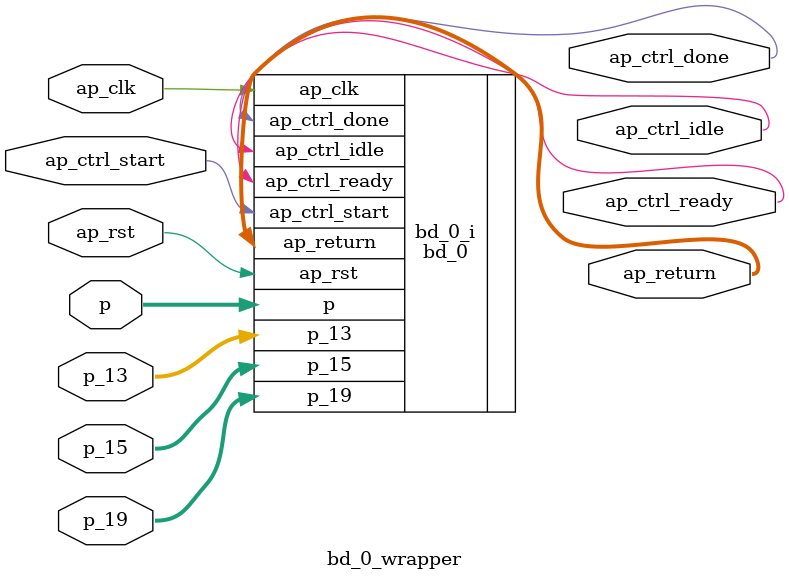
<source format=v>
`timescale 1 ps / 1 ps

module bd_0_wrapper
   (ap_clk,
    ap_ctrl_done,
    ap_ctrl_idle,
    ap_ctrl_ready,
    ap_ctrl_start,
    ap_return,
    ap_rst,
    p,
    p_13,
    p_15,
    p_19);
  input ap_clk;
  output ap_ctrl_done;
  output ap_ctrl_idle;
  output ap_ctrl_ready;
  input ap_ctrl_start;
  output [63:0]ap_return;
  input ap_rst;
  input [15:0]p;
  input [31:0]p_13;
  input [15:0]p_15;
  input [31:0]p_19;

  wire ap_clk;
  wire ap_ctrl_done;
  wire ap_ctrl_idle;
  wire ap_ctrl_ready;
  wire ap_ctrl_start;
  wire [63:0]ap_return;
  wire ap_rst;
  wire [15:0]p;
  wire [31:0]p_13;
  wire [15:0]p_15;
  wire [31:0]p_19;

  bd_0 bd_0_i
       (.ap_clk(ap_clk),
        .ap_ctrl_done(ap_ctrl_done),
        .ap_ctrl_idle(ap_ctrl_idle),
        .ap_ctrl_ready(ap_ctrl_ready),
        .ap_ctrl_start(ap_ctrl_start),
        .ap_return(ap_return),
        .ap_rst(ap_rst),
        .p(p),
        .p_13(p_13),
        .p_15(p_15),
        .p_19(p_19));
endmodule

</source>
